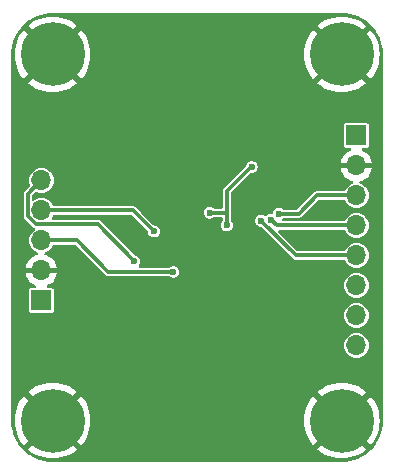
<source format=gbr>
%TF.GenerationSoftware,KiCad,Pcbnew,8.0.2-8.0.2-0~ubuntu20.04.1*%
%TF.CreationDate,2024-07-20T17:48:18+05:00*%
%TF.ProjectId,AlphaHagkemindt,416c7068-6148-4616-976b-656d696e6474,rev?*%
%TF.SameCoordinates,Original*%
%TF.FileFunction,Copper,L2,Bot*%
%TF.FilePolarity,Positive*%
%FSLAX46Y46*%
G04 Gerber Fmt 4.6, Leading zero omitted, Abs format (unit mm)*
G04 Created by KiCad (PCBNEW 8.0.2-8.0.2-0~ubuntu20.04.1) date 2024-07-20 17:48:18*
%MOMM*%
%LPD*%
G01*
G04 APERTURE LIST*
%TA.AperFunction,ComponentPad*%
%ADD10C,0.800000*%
%TD*%
%TA.AperFunction,ComponentPad*%
%ADD11C,5.400000*%
%TD*%
%TA.AperFunction,ComponentPad*%
%ADD12R,1.700000X1.700000*%
%TD*%
%TA.AperFunction,ComponentPad*%
%ADD13O,1.700000X1.700000*%
%TD*%
%TA.AperFunction,ViaPad*%
%ADD14C,0.600000*%
%TD*%
%TA.AperFunction,Conductor*%
%ADD15C,0.300000*%
%TD*%
G04 APERTURE END LIST*
D10*
%TO.P,H4,1,1*%
%TO.N,GND*%
X84025000Y-75000000D03*
X83431891Y-76431891D03*
X83431891Y-73568109D03*
X82000000Y-77025000D03*
D11*
X82000000Y-75000000D03*
D10*
X82000000Y-72975000D03*
X80568109Y-76431891D03*
X80568109Y-73568109D03*
X79975000Y-75000000D03*
%TD*%
%TO.P,H3,1,1*%
%TO.N,GND*%
X108525000Y-75000000D03*
X107931891Y-76431891D03*
X107931891Y-73568109D03*
X106500000Y-77025000D03*
D11*
X106500000Y-75000000D03*
D10*
X106500000Y-72975000D03*
X105068109Y-76431891D03*
X105068109Y-73568109D03*
X104475000Y-75000000D03*
%TD*%
%TO.P,H2,1,1*%
%TO.N,GND*%
X84025000Y-106000000D03*
X83431891Y-107431891D03*
X83431891Y-104568109D03*
X82000000Y-108025000D03*
D11*
X82000000Y-106000000D03*
D10*
X82000000Y-103975000D03*
X80568109Y-107431891D03*
X80568109Y-104568109D03*
X79975000Y-106000000D03*
%TD*%
%TO.P,H1,1,1*%
%TO.N,GND*%
X108525000Y-106000000D03*
X107931891Y-107431891D03*
X107931891Y-104568109D03*
X106500000Y-108025000D03*
D11*
X106500000Y-106000000D03*
D10*
X106500000Y-103975000D03*
X105068109Y-107431891D03*
X105068109Y-104568109D03*
X104475000Y-106000000D03*
%TD*%
D12*
%TO.P,J2,1,Pin_1*%
%TO.N,VDD*%
X81065000Y-95830000D03*
D13*
%TO.P,J2,2,Pin_2*%
%TO.N,GND*%
X81065000Y-93290000D03*
%TO.P,J2,3,Pin_3*%
%TO.N,/SCL1*%
X81065000Y-90750000D03*
%TO.P,J2,4,Pin_4*%
%TO.N,/SDA1*%
X81065000Y-88210000D03*
%TO.P,J2,5,Pin_5*%
%TO.N,/INT3*%
X81065000Y-85670000D03*
%TD*%
D12*
%TO.P,J1,1,Pin_1*%
%TO.N,VDD*%
X107735000Y-81860000D03*
D13*
%TO.P,J1,2,Pin_2*%
%TO.N,GND*%
X107735000Y-84400000D03*
%TO.P,J1,3,Pin_3*%
%TO.N,/SCK{slash}SCL*%
X107735000Y-86940000D03*
%TO.P,J1,4,Pin_4*%
%TO.N,/MOSI{slash}SDA*%
X107735000Y-89480000D03*
%TO.P,J1,5,Pin_5*%
%TO.N,/MISO*%
X107735000Y-92020000D03*
%TO.P,J1,6,Pin_6*%
%TO.N,/~{SS}*%
X107735000Y-94560000D03*
%TO.P,J1,7,Pin_7*%
%TO.N,/INT1*%
X107735000Y-97100000D03*
%TO.P,J1,8,Pin_8*%
%TO.N,/INT2*%
X107735000Y-99640000D03*
%TD*%
D14*
%TO.N,VDD*%
X98865000Y-84530000D03*
X95300000Y-88400000D03*
X96766500Y-89466412D03*
%TO.N,GND*%
X92250000Y-72500000D03*
X90250000Y-72500000D03*
X90717500Y-94179000D03*
X94250000Y-108500000D03*
X86250000Y-108500000D03*
X86250000Y-72500000D03*
X109000000Y-79000000D03*
X109000000Y-102000000D03*
X80000000Y-100000000D03*
X102250000Y-108500000D03*
X102250000Y-72500000D03*
X80000000Y-79000000D03*
X92241500Y-91067500D03*
X80000000Y-81000000D03*
X88250000Y-108500000D03*
X80000000Y-102000000D03*
X98250000Y-108500000D03*
X100100000Y-95080000D03*
X94250000Y-72500000D03*
X93257500Y-87638500D03*
X100250000Y-108500000D03*
X92250000Y-108500000D03*
X97470000Y-93080000D03*
X90250000Y-108500000D03*
X100250000Y-72500000D03*
X96250000Y-108500000D03*
X88250000Y-72500000D03*
X98250000Y-72500000D03*
X96250000Y-72500000D03*
%TO.N,/SCK{slash}SCL*%
X101170000Y-88479994D03*
%TO.N,/MOSI{slash}SDA*%
X100470000Y-88980000D03*
%TO.N,/MISO*%
X99670000Y-89080000D03*
%TO.N,/INT3*%
X88939500Y-92528000D03*
%TO.N,/SCL1*%
X92241500Y-93417000D03*
%TO.N,/SDA1*%
X90595500Y-89988000D03*
%TD*%
D15*
%TO.N,GND*%
X107735000Y-84400000D02*
X103600000Y-84400000D01*
X103600000Y-84400000D02*
X103600000Y-77900000D01*
X103600000Y-77900000D02*
X106500000Y-75000000D01*
X82000000Y-106000000D02*
X85900000Y-102100000D01*
X85900000Y-102100000D02*
X85900000Y-96400000D01*
X85900000Y-96400000D02*
X82790000Y-93290000D01*
X82790000Y-93290000D02*
X81065000Y-93290000D01*
X100100000Y-95080000D02*
X100100000Y-99600000D01*
X100100000Y-99600000D02*
X106500000Y-106000000D01*
X82000000Y-106000000D02*
X86200000Y-101800000D01*
X86200000Y-101800000D02*
X102300000Y-101800000D01*
X102300000Y-101800000D02*
X106500000Y-106000000D01*
X106500000Y-75000000D02*
X102500000Y-79000000D01*
X102500000Y-79000000D02*
X86000000Y-79000000D01*
X86000000Y-79000000D02*
X82000000Y-75000000D01*
%TO.N,VDD*%
X95300000Y-88400000D02*
X96766500Y-88400000D01*
X98765006Y-84530000D02*
X98865000Y-84530000D01*
X96766500Y-89466412D02*
X96766500Y-88400000D01*
X96766500Y-88400000D02*
X96766500Y-86528506D01*
X96766500Y-86528506D02*
X98765006Y-84530000D01*
%TO.N,GND*%
X97470000Y-93080000D02*
X97470000Y-90097919D01*
X92241500Y-91067500D02*
X92241500Y-88654500D01*
X92940000Y-93500000D02*
X92940000Y-93988500D01*
X103167919Y-84400000D02*
X107735000Y-84400000D01*
X97470000Y-93080000D02*
X99470000Y-95080000D01*
X92241500Y-88654500D02*
X93257500Y-87638500D01*
X92940000Y-93988500D02*
X92749500Y-94179000D01*
X92940000Y-91766000D02*
X92940000Y-93500000D01*
X99470000Y-95080000D02*
X100100000Y-95080000D01*
X97470000Y-93080000D02*
X97050000Y-93500000D01*
X97470000Y-90097919D02*
X103167919Y-84400000D01*
X92749500Y-94179000D02*
X90717500Y-94179000D01*
X92241500Y-91067500D02*
X92940000Y-91766000D01*
X97050000Y-93500000D02*
X92940000Y-93500000D01*
%TO.N,/SCK{slash}SCL*%
X104370000Y-86940000D02*
X107735000Y-86940000D01*
X102830006Y-88479994D02*
X101170000Y-88479994D01*
X104370000Y-86940000D02*
X102830006Y-88479994D01*
%TO.N,/MOSI{slash}SDA*%
X100470000Y-88980000D02*
X100970000Y-89480000D01*
X100970000Y-89480000D02*
X107735000Y-89480000D01*
%TO.N,/MISO*%
X102610000Y-92020000D02*
X107735000Y-92020000D01*
X99670000Y-89080000D02*
X102610000Y-92020000D01*
%TO.N,/INT3*%
X79900000Y-86835000D02*
X81065000Y-85670000D01*
X79900000Y-88643062D02*
X79900000Y-86835000D01*
X88939500Y-92464500D02*
X85815000Y-89340000D01*
X88939500Y-92528000D02*
X88939500Y-92464500D01*
X80596938Y-89340000D02*
X79900000Y-88643062D01*
X85815000Y-89340000D02*
X80596938Y-89340000D01*
%TO.N,/SCL1*%
X92241500Y-93417000D02*
X92178000Y-93353500D01*
X84050000Y-90750000D02*
X81065000Y-90750000D01*
X86717000Y-93417000D02*
X84050000Y-90750000D01*
X92241500Y-93417000D02*
X86717000Y-93417000D01*
%TO.N,/SDA1*%
X90590500Y-89988000D02*
X88812500Y-88210000D01*
X88812500Y-88210000D02*
X81065000Y-88210000D01*
X90595500Y-89988000D02*
X90590500Y-89988000D01*
%TD*%
%TA.AperFunction,Conductor*%
%TO.N,GND*%
G36*
X106503032Y-71500648D02*
G01*
X106836929Y-71517052D01*
X106849037Y-71518245D01*
X106952146Y-71533539D01*
X107176699Y-71566849D01*
X107188617Y-71569219D01*
X107509951Y-71649709D01*
X107521588Y-71653240D01*
X107592806Y-71678722D01*
X107833467Y-71764832D01*
X107844688Y-71769479D01*
X108144163Y-71911120D01*
X108154871Y-71916844D01*
X108438988Y-72087137D01*
X108449103Y-72093895D01*
X108669913Y-72257659D01*
X108715170Y-72291224D01*
X108724576Y-72298944D01*
X108970013Y-72521395D01*
X108978604Y-72529986D01*
X109165755Y-72736475D01*
X109201055Y-72775423D01*
X109208775Y-72784829D01*
X109406102Y-73050893D01*
X109412862Y-73061011D01*
X109552995Y-73294810D01*
X109583148Y-73345116D01*
X109588883Y-73355844D01*
X109728008Y-73650000D01*
X109730514Y-73655297D01*
X109735170Y-73666540D01*
X109846759Y-73978411D01*
X109850292Y-73990055D01*
X109930777Y-74311369D01*
X109933151Y-74323305D01*
X109981754Y-74650962D01*
X109982947Y-74663071D01*
X109999351Y-74996966D01*
X109999500Y-75003051D01*
X109999500Y-105996948D01*
X109999351Y-106003033D01*
X109982947Y-106336928D01*
X109981754Y-106349037D01*
X109933151Y-106676694D01*
X109930777Y-106688630D01*
X109850292Y-107009944D01*
X109846759Y-107021588D01*
X109735170Y-107333459D01*
X109730514Y-107344702D01*
X109588885Y-107644151D01*
X109583148Y-107654883D01*
X109412862Y-107938988D01*
X109406102Y-107949106D01*
X109208775Y-108215170D01*
X109201055Y-108224576D01*
X108978611Y-108470006D01*
X108970006Y-108478611D01*
X108724576Y-108701055D01*
X108715170Y-108708775D01*
X108449106Y-108906102D01*
X108438988Y-108912862D01*
X108154883Y-109083148D01*
X108144151Y-109088885D01*
X107844702Y-109230514D01*
X107833459Y-109235170D01*
X107521588Y-109346759D01*
X107509944Y-109350292D01*
X107188630Y-109430777D01*
X107176694Y-109433151D01*
X106849037Y-109481754D01*
X106836928Y-109482947D01*
X106521989Y-109498419D01*
X106503031Y-109499351D01*
X106496949Y-109499500D01*
X82003051Y-109499500D01*
X81996968Y-109499351D01*
X81976900Y-109498365D01*
X81663071Y-109482947D01*
X81650962Y-109481754D01*
X81323305Y-109433151D01*
X81311369Y-109430777D01*
X80990055Y-109350292D01*
X80978411Y-109346759D01*
X80666540Y-109235170D01*
X80655301Y-109230515D01*
X80355844Y-109088883D01*
X80345121Y-109083150D01*
X80061011Y-108912862D01*
X80050893Y-108906102D01*
X79784829Y-108708775D01*
X79775423Y-108701055D01*
X79560004Y-108505811D01*
X79529986Y-108478604D01*
X79521395Y-108470013D01*
X79298944Y-108224576D01*
X79291224Y-108215170D01*
X79093897Y-107949106D01*
X79087137Y-107938988D01*
X78916844Y-107654871D01*
X78911120Y-107644163D01*
X78769479Y-107344688D01*
X78764829Y-107333459D01*
X78758853Y-107316758D01*
X78653240Y-107021588D01*
X78649707Y-107009944D01*
X78617024Y-106879466D01*
X78569219Y-106688617D01*
X78566848Y-106676694D01*
X78518245Y-106349037D01*
X78517052Y-106336927D01*
X78500649Y-106003032D01*
X78500575Y-106000000D01*
X78794958Y-106000000D01*
X78815110Y-106358846D01*
X78815112Y-106358858D01*
X78875314Y-106713185D01*
X78875316Y-106713194D01*
X78974812Y-107058552D01*
X79112353Y-107390609D01*
X79112355Y-107390613D01*
X79286215Y-107705189D01*
X79286218Y-107705194D01*
X79494193Y-107998306D01*
X79566844Y-108079601D01*
X80884728Y-106761716D01*
X80970278Y-106879466D01*
X81120534Y-107029722D01*
X81238281Y-107115270D01*
X79920397Y-108433154D01*
X80001693Y-108505806D01*
X80294805Y-108713781D01*
X80294810Y-108713784D01*
X80609386Y-108887644D01*
X80609390Y-108887646D01*
X80941447Y-109025187D01*
X81286805Y-109124683D01*
X81286814Y-109124685D01*
X81641141Y-109184887D01*
X81641153Y-109184889D01*
X82000000Y-109205041D01*
X82358846Y-109184889D01*
X82358858Y-109184887D01*
X82713185Y-109124685D01*
X82713194Y-109124683D01*
X83058552Y-109025187D01*
X83390609Y-108887646D01*
X83390613Y-108887644D01*
X83705189Y-108713784D01*
X83705194Y-108713781D01*
X83998299Y-108505811D01*
X83998322Y-108505793D01*
X84079602Y-108433155D01*
X84079602Y-108433154D01*
X82761718Y-107115270D01*
X82879466Y-107029722D01*
X83029722Y-106879466D01*
X83115270Y-106761718D01*
X84433154Y-108079602D01*
X84433155Y-108079602D01*
X84505793Y-107998322D01*
X84505811Y-107998299D01*
X84713781Y-107705194D01*
X84713784Y-107705189D01*
X84887644Y-107390613D01*
X84887646Y-107390609D01*
X85025187Y-107058552D01*
X85124683Y-106713194D01*
X85124685Y-106713185D01*
X85184887Y-106358858D01*
X85184889Y-106358846D01*
X85205041Y-106000000D01*
X103294958Y-106000000D01*
X103315110Y-106358846D01*
X103315112Y-106358858D01*
X103375314Y-106713185D01*
X103375316Y-106713194D01*
X103474812Y-107058552D01*
X103612353Y-107390609D01*
X103612355Y-107390613D01*
X103786215Y-107705189D01*
X103786218Y-107705194D01*
X103994193Y-107998306D01*
X104066844Y-108079601D01*
X105384728Y-106761717D01*
X105470278Y-106879466D01*
X105620534Y-107029722D01*
X105738281Y-107115270D01*
X104420397Y-108433154D01*
X104501693Y-108505806D01*
X104794805Y-108713781D01*
X104794810Y-108713784D01*
X105109386Y-108887644D01*
X105109390Y-108887646D01*
X105441447Y-109025187D01*
X105786805Y-109124683D01*
X105786814Y-109124685D01*
X106141141Y-109184887D01*
X106141153Y-109184889D01*
X106500000Y-109205041D01*
X106858846Y-109184889D01*
X106858858Y-109184887D01*
X107213185Y-109124685D01*
X107213194Y-109124683D01*
X107558552Y-109025187D01*
X107890609Y-108887646D01*
X107890613Y-108887644D01*
X108205189Y-108713784D01*
X108205194Y-108713781D01*
X108498299Y-108505811D01*
X108498322Y-108505793D01*
X108579602Y-108433155D01*
X108579602Y-108433154D01*
X107261718Y-107115270D01*
X107379466Y-107029722D01*
X107529722Y-106879466D01*
X107615270Y-106761718D01*
X108933154Y-108079602D01*
X108933155Y-108079602D01*
X109005793Y-107998322D01*
X109005811Y-107998299D01*
X109213781Y-107705194D01*
X109213784Y-107705189D01*
X109387644Y-107390613D01*
X109387646Y-107390609D01*
X109525187Y-107058552D01*
X109624683Y-106713194D01*
X109624685Y-106713185D01*
X109684887Y-106358858D01*
X109684889Y-106358846D01*
X109705041Y-106000000D01*
X109684889Y-105641153D01*
X109684887Y-105641141D01*
X109624685Y-105286814D01*
X109624683Y-105286805D01*
X109525187Y-104941447D01*
X109387646Y-104609390D01*
X109387644Y-104609386D01*
X109213784Y-104294810D01*
X109213781Y-104294805D01*
X109005806Y-104001693D01*
X108933154Y-103920397D01*
X107615270Y-105238281D01*
X107529722Y-105120534D01*
X107379466Y-104970278D01*
X107261717Y-104884729D01*
X108579601Y-103566844D01*
X108579602Y-103566844D01*
X108498306Y-103494193D01*
X108205194Y-103286218D01*
X108205189Y-103286215D01*
X107890613Y-103112355D01*
X107890609Y-103112353D01*
X107558552Y-102974812D01*
X107213194Y-102875316D01*
X107213185Y-102875314D01*
X106858858Y-102815112D01*
X106858846Y-102815110D01*
X106500000Y-102794958D01*
X106141153Y-102815110D01*
X106141141Y-102815112D01*
X105786814Y-102875314D01*
X105786805Y-102875316D01*
X105441447Y-102974812D01*
X105109390Y-103112353D01*
X105109386Y-103112355D01*
X104794810Y-103286215D01*
X104794805Y-103286218D01*
X104501693Y-103494193D01*
X104420397Y-103566844D01*
X105738282Y-104884729D01*
X105620534Y-104970278D01*
X105470278Y-105120534D01*
X105384729Y-105238282D01*
X104066844Y-103920397D01*
X103994193Y-104001693D01*
X103786218Y-104294805D01*
X103786215Y-104294810D01*
X103612355Y-104609386D01*
X103612353Y-104609390D01*
X103474812Y-104941447D01*
X103375316Y-105286805D01*
X103375314Y-105286814D01*
X103315112Y-105641141D01*
X103315110Y-105641153D01*
X103294958Y-106000000D01*
X85205041Y-106000000D01*
X85184889Y-105641153D01*
X85184887Y-105641141D01*
X85124685Y-105286814D01*
X85124683Y-105286805D01*
X85025187Y-104941447D01*
X84887646Y-104609390D01*
X84887644Y-104609386D01*
X84713784Y-104294810D01*
X84713781Y-104294805D01*
X84505806Y-104001693D01*
X84433154Y-103920397D01*
X83115270Y-105238281D01*
X83029722Y-105120534D01*
X82879466Y-104970278D01*
X82761717Y-104884729D01*
X84079601Y-103566844D01*
X84079602Y-103566844D01*
X83998306Y-103494193D01*
X83705194Y-103286218D01*
X83705189Y-103286215D01*
X83390613Y-103112355D01*
X83390609Y-103112353D01*
X83058552Y-102974812D01*
X82713194Y-102875316D01*
X82713185Y-102875314D01*
X82358858Y-102815112D01*
X82358846Y-102815110D01*
X82000000Y-102794958D01*
X81641153Y-102815110D01*
X81641141Y-102815112D01*
X81286814Y-102875314D01*
X81286805Y-102875316D01*
X80941447Y-102974812D01*
X80609390Y-103112353D01*
X80609386Y-103112355D01*
X80294810Y-103286215D01*
X80294805Y-103286218D01*
X80001693Y-103494193D01*
X79920397Y-103566844D01*
X81238282Y-104884729D01*
X81120534Y-104970278D01*
X80970278Y-105120534D01*
X80884729Y-105238282D01*
X79566844Y-103920397D01*
X79494193Y-104001693D01*
X79286218Y-104294805D01*
X79286215Y-104294810D01*
X79112355Y-104609386D01*
X79112353Y-104609390D01*
X78974812Y-104941447D01*
X78875316Y-105286805D01*
X78875314Y-105286814D01*
X78815112Y-105641141D01*
X78815110Y-105641153D01*
X78794958Y-106000000D01*
X78500575Y-106000000D01*
X78500500Y-105996948D01*
X78500500Y-99640000D01*
X106679417Y-99640000D01*
X106699699Y-99845932D01*
X106699700Y-99845934D01*
X106759768Y-100043954D01*
X106857315Y-100226450D01*
X106857317Y-100226452D01*
X106988589Y-100386410D01*
X107085209Y-100465702D01*
X107148550Y-100517685D01*
X107331046Y-100615232D01*
X107529066Y-100675300D01*
X107529065Y-100675300D01*
X107547529Y-100677118D01*
X107735000Y-100695583D01*
X107940934Y-100675300D01*
X108138954Y-100615232D01*
X108321450Y-100517685D01*
X108481410Y-100386410D01*
X108612685Y-100226450D01*
X108710232Y-100043954D01*
X108770300Y-99845934D01*
X108790583Y-99640000D01*
X108770300Y-99434066D01*
X108710232Y-99236046D01*
X108612685Y-99053550D01*
X108560702Y-98990209D01*
X108481410Y-98893589D01*
X108321452Y-98762317D01*
X108321453Y-98762317D01*
X108321450Y-98762315D01*
X108138954Y-98664768D01*
X107940934Y-98604700D01*
X107940932Y-98604699D01*
X107940934Y-98604699D01*
X107735000Y-98584417D01*
X107529067Y-98604699D01*
X107331043Y-98664769D01*
X107220898Y-98723643D01*
X107148550Y-98762315D01*
X107148548Y-98762316D01*
X107148547Y-98762317D01*
X106988589Y-98893589D01*
X106857317Y-99053547D01*
X106759769Y-99236043D01*
X106699699Y-99434067D01*
X106679417Y-99640000D01*
X78500500Y-99640000D01*
X78500500Y-97100000D01*
X106679417Y-97100000D01*
X106699699Y-97305932D01*
X106699700Y-97305934D01*
X106759768Y-97503954D01*
X106857315Y-97686450D01*
X106857317Y-97686452D01*
X106988589Y-97846410D01*
X107085209Y-97925702D01*
X107148550Y-97977685D01*
X107331046Y-98075232D01*
X107529066Y-98135300D01*
X107529065Y-98135300D01*
X107547529Y-98137118D01*
X107735000Y-98155583D01*
X107940934Y-98135300D01*
X108138954Y-98075232D01*
X108321450Y-97977685D01*
X108481410Y-97846410D01*
X108612685Y-97686450D01*
X108710232Y-97503954D01*
X108770300Y-97305934D01*
X108790583Y-97100000D01*
X108770300Y-96894066D01*
X108710232Y-96696046D01*
X108612685Y-96513550D01*
X108560702Y-96450209D01*
X108481410Y-96353589D01*
X108321452Y-96222317D01*
X108321453Y-96222317D01*
X108321450Y-96222315D01*
X108138954Y-96124768D01*
X107940934Y-96064700D01*
X107940932Y-96064699D01*
X107940934Y-96064699D01*
X107735000Y-96044417D01*
X107529067Y-96064699D01*
X107331043Y-96124769D01*
X107220898Y-96183643D01*
X107148550Y-96222315D01*
X107148548Y-96222316D01*
X107148547Y-96222317D01*
X106988589Y-96353589D01*
X106857317Y-96513547D01*
X106759769Y-96696043D01*
X106699699Y-96894067D01*
X106679417Y-97100000D01*
X78500500Y-97100000D01*
X78500500Y-86788856D01*
X79549500Y-86788856D01*
X79549500Y-88689207D01*
X79569751Y-88764785D01*
X79573385Y-88778348D01*
X79573387Y-88778352D01*
X79619527Y-88858270D01*
X79619529Y-88858273D01*
X79619530Y-88858274D01*
X80381726Y-89620470D01*
X80450108Y-89659950D01*
X80461650Y-89666614D01*
X80461652Y-89666614D01*
X80463546Y-89667708D01*
X80511762Y-89718275D01*
X80524986Y-89786882D01*
X80499018Y-89851747D01*
X80480212Y-89870949D01*
X80318590Y-90003589D01*
X80187317Y-90163547D01*
X80089769Y-90346043D01*
X80029699Y-90544067D01*
X80009417Y-90750000D01*
X80029699Y-90955932D01*
X80038426Y-90984700D01*
X80089768Y-91153954D01*
X80187315Y-91336450D01*
X80187317Y-91336452D01*
X80318589Y-91496410D01*
X80415209Y-91575702D01*
X80478550Y-91627685D01*
X80661046Y-91725232D01*
X80727551Y-91745405D01*
X80785989Y-91783702D01*
X80814446Y-91847514D01*
X80803887Y-91916581D01*
X80757663Y-91968975D01*
X80723650Y-91983841D01*
X80601514Y-92016567D01*
X80601507Y-92016570D01*
X80387422Y-92116399D01*
X80387420Y-92116400D01*
X80193926Y-92251886D01*
X80193920Y-92251891D01*
X80026891Y-92418920D01*
X80026886Y-92418926D01*
X79891400Y-92612420D01*
X79891399Y-92612422D01*
X79791570Y-92826507D01*
X79791567Y-92826513D01*
X79734364Y-93039999D01*
X79734364Y-93040000D01*
X80631988Y-93040000D01*
X80599075Y-93097007D01*
X80565000Y-93224174D01*
X80565000Y-93355826D01*
X80599075Y-93482993D01*
X80631988Y-93540000D01*
X79734364Y-93540000D01*
X79791567Y-93753486D01*
X79791570Y-93753492D01*
X79891399Y-93967578D01*
X80026894Y-94161082D01*
X80193917Y-94328105D01*
X80387421Y-94463600D01*
X80557948Y-94543118D01*
X80610387Y-94589290D01*
X80629539Y-94656484D01*
X80609323Y-94723365D01*
X80556158Y-94768700D01*
X80505543Y-94779500D01*
X80195247Y-94779500D01*
X80136770Y-94791131D01*
X80136769Y-94791132D01*
X80070447Y-94835447D01*
X80026132Y-94901769D01*
X80026131Y-94901770D01*
X80014500Y-94960247D01*
X80014500Y-96699752D01*
X80026131Y-96758229D01*
X80026132Y-96758230D01*
X80070447Y-96824552D01*
X80136769Y-96868867D01*
X80136770Y-96868868D01*
X80195247Y-96880499D01*
X80195250Y-96880500D01*
X80195252Y-96880500D01*
X81934750Y-96880500D01*
X81934751Y-96880499D01*
X81949568Y-96877552D01*
X81993229Y-96868868D01*
X81993229Y-96868867D01*
X81993231Y-96868867D01*
X82059552Y-96824552D01*
X82103867Y-96758231D01*
X82103867Y-96758229D01*
X82103868Y-96758229D01*
X82115499Y-96699752D01*
X82115500Y-96699750D01*
X82115500Y-94960249D01*
X82115499Y-94960247D01*
X82103868Y-94901770D01*
X82103867Y-94901769D01*
X82059552Y-94835447D01*
X81993230Y-94791132D01*
X81993229Y-94791131D01*
X81934752Y-94779500D01*
X81934748Y-94779500D01*
X81624457Y-94779500D01*
X81557418Y-94759815D01*
X81511663Y-94707011D01*
X81501719Y-94637853D01*
X81530744Y-94574297D01*
X81549686Y-94560000D01*
X106679417Y-94560000D01*
X106699699Y-94765932D01*
X106729734Y-94864944D01*
X106759768Y-94963954D01*
X106857315Y-95146450D01*
X106857317Y-95146452D01*
X106988589Y-95306410D01*
X107085209Y-95385702D01*
X107148550Y-95437685D01*
X107331046Y-95535232D01*
X107529066Y-95595300D01*
X107529065Y-95595300D01*
X107547529Y-95597118D01*
X107735000Y-95615583D01*
X107940934Y-95595300D01*
X108138954Y-95535232D01*
X108321450Y-95437685D01*
X108481410Y-95306410D01*
X108612685Y-95146450D01*
X108710232Y-94963954D01*
X108770300Y-94765934D01*
X108790583Y-94560000D01*
X108770300Y-94354066D01*
X108710232Y-94156046D01*
X108612685Y-93973550D01*
X108533411Y-93876954D01*
X108481410Y-93813589D01*
X108339919Y-93697472D01*
X108321450Y-93682315D01*
X108138954Y-93584768D01*
X107940934Y-93524700D01*
X107940932Y-93524699D01*
X107940934Y-93524699D01*
X107735000Y-93504417D01*
X107529067Y-93524699D01*
X107331043Y-93584769D01*
X107220898Y-93643643D01*
X107148550Y-93682315D01*
X107148548Y-93682316D01*
X107148547Y-93682317D01*
X106988589Y-93813589D01*
X106857317Y-93973547D01*
X106759769Y-94156043D01*
X106699699Y-94354067D01*
X106679417Y-94560000D01*
X81549686Y-94560000D01*
X81572052Y-94543118D01*
X81742578Y-94463600D01*
X81936082Y-94328105D01*
X82103105Y-94161082D01*
X82238600Y-93967578D01*
X82338429Y-93753492D01*
X82338432Y-93753486D01*
X82395636Y-93540000D01*
X81498012Y-93540000D01*
X81530925Y-93482993D01*
X81565000Y-93355826D01*
X81565000Y-93224174D01*
X81530925Y-93097007D01*
X81498012Y-93040000D01*
X82395636Y-93040000D01*
X82395635Y-93039999D01*
X82338432Y-92826513D01*
X82338429Y-92826507D01*
X82238600Y-92612422D01*
X82238599Y-92612420D01*
X82103113Y-92418926D01*
X82103108Y-92418920D01*
X81936082Y-92251894D01*
X81742578Y-92116399D01*
X81528492Y-92016570D01*
X81528486Y-92016567D01*
X81406349Y-91983841D01*
X81346689Y-91947476D01*
X81316160Y-91884629D01*
X81324455Y-91815253D01*
X81368940Y-91761375D01*
X81402444Y-91745407D01*
X81468954Y-91725232D01*
X81651450Y-91627685D01*
X81811410Y-91496410D01*
X81942685Y-91336450D01*
X82033769Y-91166046D01*
X82082732Y-91116202D01*
X82143127Y-91100500D01*
X83853456Y-91100500D01*
X83920495Y-91120185D01*
X83941137Y-91136819D01*
X86501788Y-93697470D01*
X86581712Y-93743614D01*
X86670856Y-93767500D01*
X86670857Y-93767500D01*
X86763144Y-93767500D01*
X91827605Y-93767500D01*
X91894644Y-93787185D01*
X91908812Y-93797790D01*
X91910366Y-93799137D01*
X91910372Y-93799143D01*
X92031447Y-93876953D01*
X92031450Y-93876954D01*
X92031449Y-93876954D01*
X92169536Y-93917499D01*
X92169538Y-93917500D01*
X92169539Y-93917500D01*
X92313462Y-93917500D01*
X92313462Y-93917499D01*
X92451553Y-93876953D01*
X92572628Y-93799143D01*
X92666877Y-93690373D01*
X92726665Y-93559457D01*
X92747147Y-93417000D01*
X92726665Y-93274543D01*
X92666877Y-93143627D01*
X92572628Y-93034857D01*
X92451553Y-92957047D01*
X92451551Y-92957046D01*
X92451549Y-92957045D01*
X92451550Y-92957045D01*
X92313463Y-92916500D01*
X92313461Y-92916500D01*
X92169539Y-92916500D01*
X92169536Y-92916500D01*
X92031449Y-92957045D01*
X91910376Y-93034854D01*
X91910374Y-93034855D01*
X91910372Y-93034857D01*
X91910370Y-93034858D01*
X91908812Y-93036210D01*
X91906927Y-93037070D01*
X91902911Y-93039652D01*
X91902539Y-93039074D01*
X91845257Y-93065237D01*
X91827605Y-93066500D01*
X89406666Y-93066500D01*
X89339627Y-93046815D01*
X89293872Y-92994011D01*
X89283928Y-92924853D01*
X89312953Y-92861298D01*
X89364874Y-92801377D01*
X89364874Y-92801375D01*
X89364877Y-92801373D01*
X89424665Y-92670457D01*
X89445147Y-92528000D01*
X89424665Y-92385543D01*
X89364877Y-92254627D01*
X89270628Y-92145857D01*
X89224790Y-92116399D01*
X89149551Y-92068045D01*
X89023026Y-92030895D01*
X88970280Y-91999599D01*
X87506264Y-90535583D01*
X86030212Y-89059530D01*
X86030211Y-89059529D01*
X86030208Y-89059527D01*
X85950290Y-89013387D01*
X85950289Y-89013386D01*
X85950288Y-89013386D01*
X85861144Y-88989500D01*
X85861143Y-88989500D01*
X82045681Y-88989500D01*
X81978642Y-88969815D01*
X81932887Y-88917011D01*
X81922943Y-88847853D01*
X81940449Y-88802162D01*
X81939813Y-88801822D01*
X81942520Y-88796756D01*
X81942574Y-88796617D01*
X81942679Y-88796458D01*
X81942680Y-88796456D01*
X81942685Y-88796450D01*
X82017839Y-88655846D01*
X82033769Y-88626046D01*
X82082732Y-88576202D01*
X82143127Y-88560500D01*
X88615956Y-88560500D01*
X88682995Y-88580185D01*
X88703637Y-88596819D01*
X90059835Y-89953017D01*
X90093320Y-90014340D01*
X90094892Y-90023051D01*
X90110334Y-90130456D01*
X90125448Y-90163550D01*
X90170123Y-90261373D01*
X90264372Y-90370143D01*
X90385447Y-90447953D01*
X90385450Y-90447954D01*
X90385449Y-90447954D01*
X90523536Y-90488499D01*
X90523538Y-90488500D01*
X90523539Y-90488500D01*
X90667462Y-90488500D01*
X90667462Y-90488499D01*
X90805553Y-90447953D01*
X90926628Y-90370143D01*
X91020877Y-90261373D01*
X91080665Y-90130457D01*
X91101147Y-89988000D01*
X91080665Y-89845543D01*
X91020877Y-89714627D01*
X90926628Y-89605857D01*
X90805553Y-89528047D01*
X90805551Y-89528046D01*
X90805549Y-89528045D01*
X90805550Y-89528045D01*
X90667463Y-89487500D01*
X90667461Y-89487500D01*
X90637044Y-89487500D01*
X90570005Y-89467815D01*
X90549363Y-89451181D01*
X89498182Y-88400000D01*
X94794353Y-88400000D01*
X94814834Y-88542456D01*
X94874622Y-88673371D01*
X94874623Y-88673373D01*
X94968872Y-88782143D01*
X95089947Y-88859953D01*
X95089950Y-88859954D01*
X95089949Y-88859954D01*
X95228036Y-88900499D01*
X95228038Y-88900500D01*
X95228039Y-88900500D01*
X95371962Y-88900500D01*
X95371962Y-88900499D01*
X95510053Y-88859953D01*
X95631128Y-88782143D01*
X95631136Y-88782133D01*
X95632688Y-88780790D01*
X95634572Y-88779929D01*
X95638589Y-88777348D01*
X95638960Y-88777925D01*
X95696243Y-88751763D01*
X95713895Y-88750500D01*
X96292000Y-88750500D01*
X96359039Y-88770185D01*
X96404794Y-88822989D01*
X96416000Y-88874500D01*
X96416000Y-89060375D01*
X96396315Y-89127414D01*
X96385714Y-89141576D01*
X96341125Y-89193035D01*
X96341122Y-89193040D01*
X96281334Y-89323955D01*
X96260853Y-89466412D01*
X96281334Y-89608868D01*
X96341122Y-89739783D01*
X96341123Y-89739785D01*
X96435372Y-89848555D01*
X96556447Y-89926365D01*
X96556450Y-89926366D01*
X96556449Y-89926366D01*
X96694536Y-89966911D01*
X96694538Y-89966912D01*
X96694539Y-89966912D01*
X96838462Y-89966912D01*
X96838462Y-89966911D01*
X96976553Y-89926365D01*
X97097628Y-89848555D01*
X97191877Y-89739785D01*
X97251665Y-89608869D01*
X97272147Y-89466412D01*
X97251665Y-89323955D01*
X97191877Y-89193039D01*
X97191874Y-89193035D01*
X97147286Y-89141576D01*
X97119166Y-89080000D01*
X99164353Y-89080000D01*
X99184834Y-89222456D01*
X99231188Y-89323955D01*
X99244623Y-89353373D01*
X99338872Y-89462143D01*
X99459947Y-89539953D01*
X99459950Y-89539954D01*
X99459949Y-89539954D01*
X99598036Y-89580499D01*
X99598038Y-89580500D01*
X99598039Y-89580500D01*
X99623456Y-89580500D01*
X99690495Y-89600185D01*
X99711137Y-89616819D01*
X102394788Y-92300470D01*
X102444571Y-92329212D01*
X102444573Y-92329213D01*
X102474709Y-92346613D01*
X102474711Y-92346613D01*
X102474712Y-92346614D01*
X102563856Y-92370500D01*
X106656873Y-92370500D01*
X106723912Y-92390185D01*
X106766231Y-92436046D01*
X106857315Y-92606450D01*
X106862216Y-92612422D01*
X106988589Y-92766410D01*
X107058855Y-92824075D01*
X107148550Y-92897685D01*
X107331046Y-92995232D01*
X107529066Y-93055300D01*
X107529065Y-93055300D01*
X107547529Y-93057118D01*
X107735000Y-93075583D01*
X107940934Y-93055300D01*
X108138954Y-92995232D01*
X108321450Y-92897685D01*
X108481410Y-92766410D01*
X108612685Y-92606450D01*
X108710232Y-92423954D01*
X108770300Y-92225934D01*
X108790583Y-92020000D01*
X108770300Y-91814066D01*
X108710232Y-91616046D01*
X108612685Y-91433550D01*
X108532998Y-91336450D01*
X108481410Y-91273589D01*
X108350366Y-91166046D01*
X108321450Y-91142315D01*
X108138954Y-91044768D01*
X107940934Y-90984700D01*
X107940932Y-90984699D01*
X107940934Y-90984699D01*
X107735000Y-90964417D01*
X107529067Y-90984699D01*
X107331043Y-91044769D01*
X107226780Y-91100500D01*
X107148550Y-91142315D01*
X107148548Y-91142316D01*
X107148547Y-91142317D01*
X106988589Y-91273589D01*
X106857317Y-91433547D01*
X106766231Y-91603954D01*
X106717268Y-91653798D01*
X106656873Y-91669500D01*
X102806544Y-91669500D01*
X102739505Y-91649815D01*
X102718863Y-91633181D01*
X101127863Y-90042181D01*
X101094378Y-89980858D01*
X101099362Y-89911166D01*
X101141234Y-89855233D01*
X101206698Y-89830816D01*
X101215544Y-89830500D01*
X106656873Y-89830500D01*
X106723912Y-89850185D01*
X106766231Y-89896046D01*
X106857315Y-90066450D01*
X106857317Y-90066452D01*
X106988589Y-90226410D01*
X107085209Y-90305702D01*
X107148550Y-90357685D01*
X107331046Y-90455232D01*
X107529066Y-90515300D01*
X107529065Y-90515300D01*
X107547529Y-90517118D01*
X107735000Y-90535583D01*
X107940934Y-90515300D01*
X108138954Y-90455232D01*
X108321450Y-90357685D01*
X108481410Y-90226410D01*
X108612685Y-90066450D01*
X108710232Y-89883954D01*
X108770300Y-89685934D01*
X108790583Y-89480000D01*
X108770300Y-89274066D01*
X108710232Y-89076046D01*
X108612685Y-88893550D01*
X108554777Y-88822989D01*
X108481410Y-88733589D01*
X108350366Y-88626046D01*
X108321450Y-88602315D01*
X108138954Y-88504768D01*
X107940934Y-88444700D01*
X107940932Y-88444699D01*
X107940934Y-88444699D01*
X107735000Y-88424417D01*
X107529067Y-88444699D01*
X107331043Y-88504769D01*
X107260537Y-88542456D01*
X107148550Y-88602315D01*
X107148548Y-88602316D01*
X107148547Y-88602317D01*
X106988589Y-88733589D01*
X106857317Y-88893547D01*
X106857315Y-88893550D01*
X106823715Y-88956410D01*
X106766231Y-89063954D01*
X106717268Y-89113798D01*
X106656873Y-89129500D01*
X101507408Y-89129500D01*
X101440369Y-89109815D01*
X101394614Y-89057011D01*
X101384670Y-88987853D01*
X101413695Y-88924297D01*
X101440367Y-88901185D01*
X101501128Y-88862137D01*
X101501136Y-88862127D01*
X101502688Y-88860784D01*
X101504572Y-88859923D01*
X101508589Y-88857342D01*
X101508960Y-88857919D01*
X101566243Y-88831757D01*
X101583895Y-88830494D01*
X102876148Y-88830494D01*
X102876150Y-88830494D01*
X102965294Y-88806608D01*
X102982888Y-88796450D01*
X103045218Y-88760464D01*
X104478862Y-87326818D01*
X104540185Y-87293334D01*
X104566543Y-87290500D01*
X106656873Y-87290500D01*
X106723912Y-87310185D01*
X106766231Y-87356046D01*
X106857315Y-87526450D01*
X106857317Y-87526452D01*
X106988589Y-87686410D01*
X107085209Y-87765702D01*
X107148550Y-87817685D01*
X107331046Y-87915232D01*
X107529066Y-87975300D01*
X107529065Y-87975300D01*
X107547529Y-87977118D01*
X107735000Y-87995583D01*
X107940934Y-87975300D01*
X108138954Y-87915232D01*
X108321450Y-87817685D01*
X108481410Y-87686410D01*
X108612685Y-87526450D01*
X108710232Y-87343954D01*
X108770300Y-87145934D01*
X108790583Y-86940000D01*
X108770300Y-86734066D01*
X108710232Y-86536046D01*
X108612685Y-86353550D01*
X108532998Y-86256450D01*
X108481410Y-86193589D01*
X108363677Y-86096969D01*
X108321450Y-86062315D01*
X108138954Y-85964768D01*
X108072447Y-85944593D01*
X108014009Y-85906296D01*
X107985553Y-85842484D01*
X107996113Y-85773417D01*
X108042337Y-85721023D01*
X108076350Y-85706158D01*
X108198483Y-85673433D01*
X108198492Y-85673429D01*
X108412578Y-85573600D01*
X108606082Y-85438105D01*
X108773105Y-85271082D01*
X108908600Y-85077578D01*
X109008429Y-84863492D01*
X109008432Y-84863486D01*
X109065636Y-84650000D01*
X108168012Y-84650000D01*
X108200925Y-84592993D01*
X108235000Y-84465826D01*
X108235000Y-84334174D01*
X108200925Y-84207007D01*
X108168012Y-84150000D01*
X109065636Y-84150000D01*
X109065635Y-84149999D01*
X109008432Y-83936513D01*
X109008429Y-83936507D01*
X108908600Y-83722422D01*
X108908599Y-83722420D01*
X108773113Y-83528926D01*
X108773108Y-83528920D01*
X108606082Y-83361894D01*
X108412578Y-83226399D01*
X108242052Y-83146882D01*
X108189613Y-83100710D01*
X108170461Y-83033516D01*
X108190677Y-82966635D01*
X108243842Y-82921300D01*
X108294457Y-82910500D01*
X108604750Y-82910500D01*
X108604751Y-82910499D01*
X108619568Y-82907552D01*
X108663229Y-82898868D01*
X108663229Y-82898867D01*
X108663231Y-82898867D01*
X108729552Y-82854552D01*
X108773867Y-82788231D01*
X108773867Y-82788229D01*
X108773868Y-82788229D01*
X108785499Y-82729752D01*
X108785500Y-82729750D01*
X108785500Y-80990249D01*
X108785499Y-80990247D01*
X108773868Y-80931770D01*
X108773867Y-80931769D01*
X108729552Y-80865447D01*
X108663230Y-80821132D01*
X108663229Y-80821131D01*
X108604752Y-80809500D01*
X108604748Y-80809500D01*
X106865252Y-80809500D01*
X106865247Y-80809500D01*
X106806770Y-80821131D01*
X106806769Y-80821132D01*
X106740447Y-80865447D01*
X106696132Y-80931769D01*
X106696131Y-80931770D01*
X106684500Y-80990247D01*
X106684500Y-82729752D01*
X106696131Y-82788229D01*
X106696132Y-82788230D01*
X106740447Y-82854552D01*
X106806769Y-82898867D01*
X106806770Y-82898868D01*
X106865247Y-82910499D01*
X106865250Y-82910500D01*
X107175543Y-82910500D01*
X107242582Y-82930185D01*
X107288337Y-82982989D01*
X107298281Y-83052147D01*
X107269256Y-83115703D01*
X107227948Y-83146882D01*
X107057422Y-83226399D01*
X107057420Y-83226400D01*
X106863926Y-83361886D01*
X106863920Y-83361891D01*
X106696891Y-83528920D01*
X106696886Y-83528926D01*
X106561400Y-83722420D01*
X106561399Y-83722422D01*
X106461570Y-83936507D01*
X106461567Y-83936513D01*
X106404364Y-84149999D01*
X106404364Y-84150000D01*
X107301988Y-84150000D01*
X107269075Y-84207007D01*
X107235000Y-84334174D01*
X107235000Y-84465826D01*
X107269075Y-84592993D01*
X107301988Y-84650000D01*
X106404364Y-84650000D01*
X106461567Y-84863486D01*
X106461570Y-84863492D01*
X106561399Y-85077578D01*
X106696894Y-85271082D01*
X106863917Y-85438105D01*
X107057421Y-85573600D01*
X107271507Y-85673429D01*
X107271516Y-85673433D01*
X107393649Y-85706158D01*
X107453310Y-85742523D01*
X107483839Y-85805369D01*
X107475545Y-85874745D01*
X107431059Y-85928623D01*
X107397552Y-85944593D01*
X107331046Y-85964767D01*
X107200358Y-86034622D01*
X107148550Y-86062315D01*
X107148548Y-86062316D01*
X107148547Y-86062317D01*
X106988589Y-86193589D01*
X106857317Y-86353547D01*
X106857315Y-86353550D01*
X106823715Y-86416410D01*
X106766231Y-86523954D01*
X106717268Y-86573798D01*
X106656873Y-86589500D01*
X104323856Y-86589500D01*
X104234712Y-86613386D01*
X104234711Y-86613386D01*
X104234709Y-86613387D01*
X104234706Y-86613388D01*
X104154794Y-86659526D01*
X104154785Y-86659533D01*
X102721143Y-88093175D01*
X102659820Y-88126660D01*
X102633462Y-88129494D01*
X101583895Y-88129494D01*
X101516856Y-88109809D01*
X101502688Y-88099204D01*
X101501132Y-88097856D01*
X101501128Y-88097851D01*
X101380053Y-88020041D01*
X101380051Y-88020040D01*
X101380049Y-88020039D01*
X101380050Y-88020039D01*
X101241963Y-87979494D01*
X101241961Y-87979494D01*
X101098039Y-87979494D01*
X101098036Y-87979494D01*
X100959949Y-88020039D01*
X100838873Y-88097850D01*
X100744623Y-88206620D01*
X100744622Y-88206622D01*
X100684835Y-88337537D01*
X100679590Y-88374014D01*
X100650564Y-88437569D01*
X100591785Y-88475343D01*
X100550830Y-88478274D01*
X100550830Y-88479500D01*
X100398036Y-88479500D01*
X100259949Y-88520045D01*
X100138872Y-88597857D01*
X100138869Y-88597859D01*
X100104308Y-88637745D01*
X100045530Y-88675519D01*
X99975660Y-88675519D01*
X99943557Y-88660858D01*
X99880050Y-88620045D01*
X99741963Y-88579500D01*
X99741961Y-88579500D01*
X99598039Y-88579500D01*
X99598036Y-88579500D01*
X99459949Y-88620045D01*
X99338873Y-88697856D01*
X99244623Y-88806626D01*
X99244622Y-88806628D01*
X99184834Y-88937543D01*
X99164353Y-89080000D01*
X97119166Y-89080000D01*
X97118262Y-89078020D01*
X97117000Y-89060375D01*
X97117000Y-86725048D01*
X97136685Y-86658009D01*
X97153314Y-86637372D01*
X98723867Y-85066818D01*
X98785190Y-85033334D01*
X98811548Y-85030500D01*
X98936962Y-85030500D01*
X98936962Y-85030499D01*
X99075053Y-84989953D01*
X99196128Y-84912143D01*
X99290377Y-84803373D01*
X99350165Y-84672457D01*
X99370647Y-84530000D01*
X99350165Y-84387543D01*
X99290377Y-84256627D01*
X99196128Y-84147857D01*
X99075053Y-84070047D01*
X99075051Y-84070046D01*
X99075049Y-84070045D01*
X99075050Y-84070045D01*
X98936963Y-84029500D01*
X98936961Y-84029500D01*
X98793039Y-84029500D01*
X98793036Y-84029500D01*
X98654949Y-84070045D01*
X98533873Y-84147856D01*
X98439623Y-84256626D01*
X98439622Y-84256628D01*
X98379835Y-84387542D01*
X98377337Y-84396051D01*
X98375139Y-84395405D01*
X98351308Y-84447571D01*
X98345287Y-84454036D01*
X96486029Y-86313294D01*
X96462790Y-86353547D01*
X96440787Y-86391658D01*
X96440248Y-86392589D01*
X96439885Y-86393219D01*
X96416000Y-86482362D01*
X96416000Y-87925500D01*
X96396315Y-87992539D01*
X96343511Y-88038294D01*
X96292000Y-88049500D01*
X95713895Y-88049500D01*
X95646856Y-88029815D01*
X95632688Y-88019210D01*
X95631132Y-88017862D01*
X95631128Y-88017857D01*
X95510053Y-87940047D01*
X95510051Y-87940046D01*
X95510049Y-87940045D01*
X95510050Y-87940045D01*
X95371963Y-87899500D01*
X95371961Y-87899500D01*
X95228039Y-87899500D01*
X95228036Y-87899500D01*
X95089949Y-87940045D01*
X94968873Y-88017856D01*
X94874623Y-88126626D01*
X94874622Y-88126628D01*
X94814834Y-88257543D01*
X94794353Y-88400000D01*
X89498182Y-88400000D01*
X89027713Y-87929531D01*
X89027708Y-87929527D01*
X88947790Y-87883387D01*
X88947789Y-87883386D01*
X88947788Y-87883386D01*
X88858644Y-87859500D01*
X88858643Y-87859500D01*
X82143127Y-87859500D01*
X82076088Y-87839815D01*
X82033769Y-87793954D01*
X82014879Y-87758615D01*
X81942685Y-87623550D01*
X81862998Y-87526450D01*
X81811410Y-87463589D01*
X81676835Y-87353148D01*
X81651450Y-87332315D01*
X81468954Y-87234768D01*
X81270934Y-87174700D01*
X81270932Y-87174699D01*
X81270934Y-87174699D01*
X81065000Y-87154417D01*
X80859067Y-87174699D01*
X80661043Y-87234769D01*
X80478546Y-87332317D01*
X80453164Y-87353148D01*
X80388854Y-87380460D01*
X80319986Y-87368668D01*
X80268427Y-87321516D01*
X80250500Y-87257294D01*
X80250500Y-87031543D01*
X80270185Y-86964504D01*
X80286815Y-86943866D01*
X80550491Y-86680189D01*
X80611812Y-86646706D01*
X80674162Y-86649210D01*
X80859066Y-86705300D01*
X80859065Y-86705300D01*
X80877529Y-86707118D01*
X81065000Y-86725583D01*
X81270934Y-86705300D01*
X81468954Y-86645232D01*
X81651450Y-86547685D01*
X81811410Y-86416410D01*
X81942685Y-86256450D01*
X82040232Y-86073954D01*
X82100300Y-85875934D01*
X82120583Y-85670000D01*
X82100300Y-85464066D01*
X82040232Y-85266046D01*
X81942685Y-85083550D01*
X81865873Y-84989954D01*
X81811410Y-84923589D01*
X81651452Y-84792317D01*
X81651453Y-84792317D01*
X81651450Y-84792315D01*
X81468954Y-84694768D01*
X81270934Y-84634700D01*
X81270932Y-84634699D01*
X81270934Y-84634699D01*
X81065000Y-84614417D01*
X80859067Y-84634699D01*
X80661043Y-84694769D01*
X80550898Y-84753643D01*
X80478550Y-84792315D01*
X80478548Y-84792316D01*
X80478547Y-84792317D01*
X80318589Y-84923589D01*
X80187317Y-85083547D01*
X80089769Y-85266043D01*
X80029699Y-85464067D01*
X80009417Y-85670000D01*
X80029699Y-85875932D01*
X80055308Y-85960354D01*
X80056647Y-85964769D01*
X80085788Y-86060832D01*
X80086411Y-86130699D01*
X80054808Y-86184508D01*
X79619531Y-86619786D01*
X79619527Y-86619791D01*
X79573387Y-86699709D01*
X79573386Y-86699712D01*
X79549500Y-86788856D01*
X78500500Y-86788856D01*
X78500500Y-75003051D01*
X78500575Y-75000000D01*
X78794958Y-75000000D01*
X78815110Y-75358846D01*
X78815112Y-75358858D01*
X78875314Y-75713185D01*
X78875316Y-75713194D01*
X78974812Y-76058552D01*
X79112353Y-76390609D01*
X79112355Y-76390613D01*
X79286215Y-76705189D01*
X79286218Y-76705194D01*
X79494193Y-76998306D01*
X79566844Y-77079601D01*
X80884728Y-75761716D01*
X80970278Y-75879466D01*
X81120534Y-76029722D01*
X81238281Y-76115270D01*
X79920397Y-77433154D01*
X80001693Y-77505806D01*
X80294805Y-77713781D01*
X80294810Y-77713784D01*
X80609386Y-77887644D01*
X80609390Y-77887646D01*
X80941447Y-78025187D01*
X81286805Y-78124683D01*
X81286814Y-78124685D01*
X81641141Y-78184887D01*
X81641153Y-78184889D01*
X82000000Y-78205041D01*
X82358846Y-78184889D01*
X82358858Y-78184887D01*
X82713185Y-78124685D01*
X82713194Y-78124683D01*
X83058552Y-78025187D01*
X83390609Y-77887646D01*
X83390613Y-77887644D01*
X83705189Y-77713784D01*
X83705194Y-77713781D01*
X83998299Y-77505811D01*
X83998322Y-77505793D01*
X84079602Y-77433155D01*
X84079602Y-77433154D01*
X82761718Y-76115270D01*
X82879466Y-76029722D01*
X83029722Y-75879466D01*
X83115270Y-75761718D01*
X84433154Y-77079602D01*
X84433155Y-77079602D01*
X84505793Y-76998322D01*
X84505811Y-76998299D01*
X84713781Y-76705194D01*
X84713784Y-76705189D01*
X84887644Y-76390613D01*
X84887646Y-76390609D01*
X85025187Y-76058552D01*
X85124683Y-75713194D01*
X85124685Y-75713185D01*
X85184887Y-75358858D01*
X85184889Y-75358846D01*
X85205041Y-75000000D01*
X103294958Y-75000000D01*
X103315110Y-75358846D01*
X103315112Y-75358858D01*
X103375314Y-75713185D01*
X103375316Y-75713194D01*
X103474812Y-76058552D01*
X103612353Y-76390609D01*
X103612355Y-76390613D01*
X103786215Y-76705189D01*
X103786218Y-76705194D01*
X103994193Y-76998306D01*
X104066844Y-77079601D01*
X105384728Y-75761717D01*
X105470278Y-75879466D01*
X105620534Y-76029722D01*
X105738281Y-76115270D01*
X104420397Y-77433154D01*
X104501693Y-77505806D01*
X104794805Y-77713781D01*
X104794810Y-77713784D01*
X105109386Y-77887644D01*
X105109390Y-77887646D01*
X105441447Y-78025187D01*
X105786805Y-78124683D01*
X105786814Y-78124685D01*
X106141141Y-78184887D01*
X106141153Y-78184889D01*
X106500000Y-78205041D01*
X106858846Y-78184889D01*
X106858858Y-78184887D01*
X107213185Y-78124685D01*
X107213194Y-78124683D01*
X107558552Y-78025187D01*
X107890609Y-77887646D01*
X107890613Y-77887644D01*
X108205189Y-77713784D01*
X108205194Y-77713781D01*
X108498299Y-77505811D01*
X108498322Y-77505793D01*
X108579602Y-77433155D01*
X108579602Y-77433154D01*
X107261718Y-76115270D01*
X107379466Y-76029722D01*
X107529722Y-75879466D01*
X107615270Y-75761718D01*
X108933154Y-77079602D01*
X108933155Y-77079602D01*
X109005793Y-76998322D01*
X109005811Y-76998299D01*
X109213781Y-76705194D01*
X109213784Y-76705189D01*
X109387644Y-76390613D01*
X109387646Y-76390609D01*
X109525187Y-76058552D01*
X109624683Y-75713194D01*
X109624685Y-75713185D01*
X109684887Y-75358858D01*
X109684889Y-75358846D01*
X109705041Y-75000000D01*
X109684889Y-74641153D01*
X109684887Y-74641141D01*
X109624685Y-74286814D01*
X109624683Y-74286805D01*
X109525187Y-73941447D01*
X109387646Y-73609390D01*
X109387644Y-73609386D01*
X109213784Y-73294810D01*
X109213781Y-73294805D01*
X109005806Y-73001693D01*
X108933154Y-72920397D01*
X107615270Y-74238281D01*
X107529722Y-74120534D01*
X107379466Y-73970278D01*
X107261717Y-73884729D01*
X108579601Y-72566844D01*
X108579602Y-72566844D01*
X108498306Y-72494193D01*
X108205194Y-72286218D01*
X108205189Y-72286215D01*
X107890613Y-72112355D01*
X107890609Y-72112353D01*
X107558552Y-71974812D01*
X107213194Y-71875316D01*
X107213185Y-71875314D01*
X106858858Y-71815112D01*
X106858846Y-71815110D01*
X106500000Y-71794958D01*
X106141153Y-71815110D01*
X106141141Y-71815112D01*
X105786814Y-71875314D01*
X105786805Y-71875316D01*
X105441447Y-71974812D01*
X105109390Y-72112353D01*
X105109386Y-72112355D01*
X104794810Y-72286215D01*
X104794805Y-72286218D01*
X104501693Y-72494193D01*
X104420397Y-72566844D01*
X105738282Y-73884729D01*
X105620534Y-73970278D01*
X105470278Y-74120534D01*
X105384729Y-74238282D01*
X104066844Y-72920397D01*
X103994193Y-73001693D01*
X103786218Y-73294805D01*
X103786215Y-73294810D01*
X103612355Y-73609386D01*
X103612353Y-73609390D01*
X103474812Y-73941447D01*
X103375316Y-74286805D01*
X103375314Y-74286814D01*
X103315112Y-74641141D01*
X103315110Y-74641153D01*
X103294958Y-75000000D01*
X85205041Y-75000000D01*
X85184889Y-74641153D01*
X85184887Y-74641141D01*
X85124685Y-74286814D01*
X85124683Y-74286805D01*
X85025187Y-73941447D01*
X84887646Y-73609390D01*
X84887644Y-73609386D01*
X84713784Y-73294810D01*
X84713781Y-73294805D01*
X84505806Y-73001693D01*
X84433154Y-72920397D01*
X83115270Y-74238281D01*
X83029722Y-74120534D01*
X82879466Y-73970278D01*
X82761717Y-73884729D01*
X84079601Y-72566844D01*
X84079602Y-72566844D01*
X83998306Y-72494193D01*
X83705194Y-72286218D01*
X83705189Y-72286215D01*
X83390613Y-72112355D01*
X83390609Y-72112353D01*
X83058552Y-71974812D01*
X82713194Y-71875316D01*
X82713185Y-71875314D01*
X82358858Y-71815112D01*
X82358846Y-71815110D01*
X82000000Y-71794958D01*
X81641153Y-71815110D01*
X81641141Y-71815112D01*
X81286814Y-71875314D01*
X81286805Y-71875316D01*
X80941447Y-71974812D01*
X80609390Y-72112353D01*
X80609386Y-72112355D01*
X80294810Y-72286215D01*
X80294805Y-72286218D01*
X80001693Y-72494193D01*
X79920397Y-72566844D01*
X81238282Y-73884729D01*
X81120534Y-73970278D01*
X80970278Y-74120534D01*
X80884729Y-74238282D01*
X79566844Y-72920397D01*
X79494193Y-73001693D01*
X79286218Y-73294805D01*
X79286215Y-73294810D01*
X79112355Y-73609386D01*
X79112353Y-73609390D01*
X78974812Y-73941447D01*
X78875316Y-74286805D01*
X78875314Y-74286814D01*
X78815112Y-74641141D01*
X78815110Y-74641153D01*
X78794958Y-75000000D01*
X78500575Y-75000000D01*
X78500649Y-74996967D01*
X78517052Y-74663072D01*
X78518245Y-74650962D01*
X78543341Y-74481780D01*
X78566849Y-74323296D01*
X78569218Y-74311385D01*
X78649710Y-73990043D01*
X78653240Y-73978411D01*
X78666466Y-73941447D01*
X78764835Y-73666525D01*
X78769476Y-73655318D01*
X78911124Y-73355828D01*
X78916840Y-73345136D01*
X79087145Y-73060998D01*
X79093888Y-73050905D01*
X79291232Y-72784818D01*
X79298935Y-72775433D01*
X79521405Y-72529975D01*
X79529975Y-72521405D01*
X79775433Y-72298935D01*
X79784818Y-72291232D01*
X80050905Y-72093888D01*
X80060998Y-72087145D01*
X80345136Y-71916840D01*
X80355828Y-71911124D01*
X80655318Y-71769476D01*
X80666525Y-71764835D01*
X80978412Y-71653239D01*
X80990043Y-71649710D01*
X81311385Y-71569218D01*
X81323296Y-71566849D01*
X81650962Y-71518244D01*
X81663068Y-71517052D01*
X81996967Y-71500648D01*
X82003051Y-71500500D01*
X82065892Y-71500500D01*
X106434108Y-71500500D01*
X106496949Y-71500500D01*
X106503032Y-71500648D01*
G37*
%TD.AperFunction*%
%TD*%
M02*

</source>
